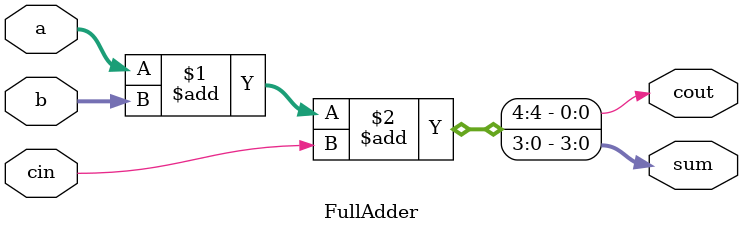
<source format=v>
module FullAdder(a, b, cin, sum, cout);
   input [3:0] a,b;
   input cin;
   output [3:0] sum;
   output cout;
   assign {cout, sum} = a + b + cin;
endmodule 
</source>
